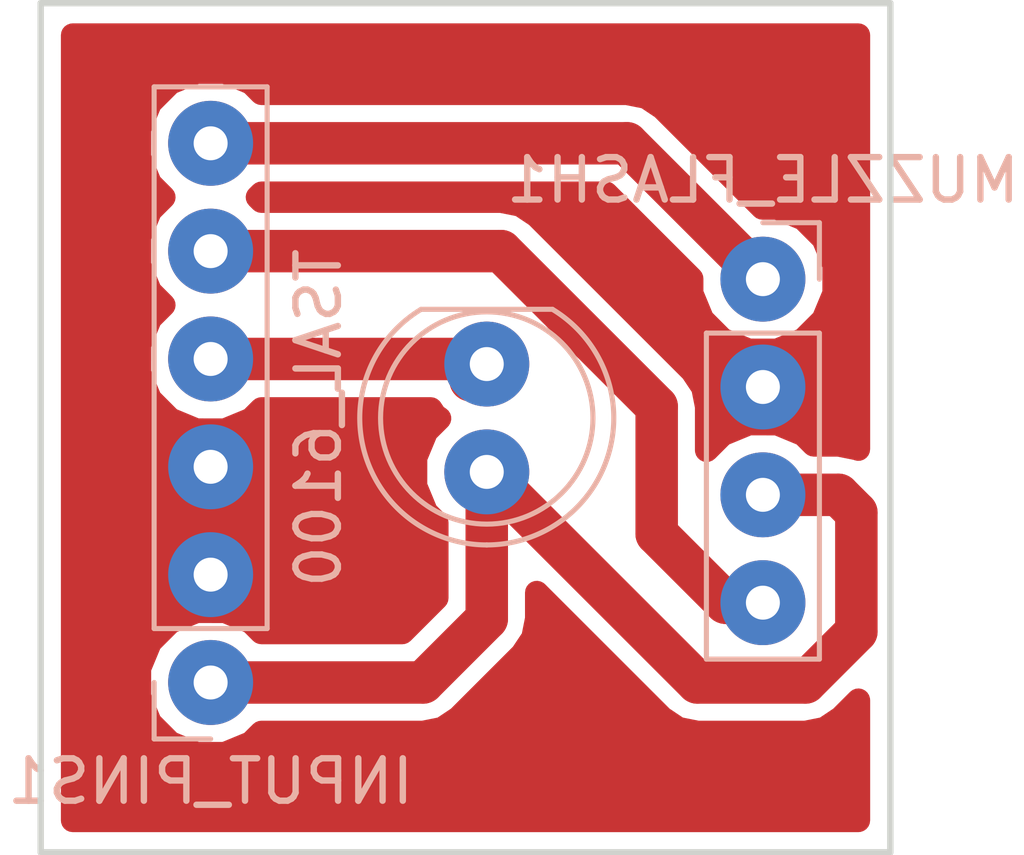
<source format=kicad_pcb>
(kicad_pcb (version 4) (host pcbnew 4.0.6-e0-6349~52~ubuntu17.04.1)

  (general
    (links 7)
    (no_connects 0)
    (area 135.966667 94.924999 160.22381 115.075001)
    (thickness 1.6)
    (drawings 4)
    (tracks 22)
    (zones 0)
    (modules 3)
    (nets 6)
  )

  (page A4)
  (layers
    (0 F.Cu signal)
    (31 B.Cu signal)
    (32 B.Adhes user)
    (33 F.Adhes user)
    (34 B.Paste user)
    (35 F.Paste user)
    (36 B.SilkS user)
    (37 F.SilkS user)
    (38 B.Mask user)
    (39 F.Mask user)
    (40 Dwgs.User user)
    (41 Cmts.User user)
    (42 Eco1.User user)
    (43 Eco2.User user)
    (44 Edge.Cuts user)
    (45 Margin user)
    (46 B.CrtYd user)
    (47 F.CrtYd user)
    (48 B.Fab user)
    (49 F.Fab user)
  )

  (setup
    (last_trace_width 1)
    (trace_clearance 0.2)
    (zone_clearance 0.4)
    (zone_45_only yes)
    (trace_min 0.2)
    (segment_width 0.2)
    (edge_width 0.15)
    (via_size 0.6)
    (via_drill 0.4)
    (via_min_size 0.4)
    (via_min_drill 0.3)
    (uvia_size 0.3)
    (uvia_drill 0.1)
    (uvias_allowed no)
    (uvia_min_size 0.2)
    (uvia_min_drill 0.1)
    (pcb_text_width 0.3)
    (pcb_text_size 1.5 1.5)
    (mod_edge_width 0.15)
    (mod_text_size 1 1)
    (mod_text_width 0.15)
    (pad_size 2 2)
    (pad_drill 0.8)
    (pad_to_mask_clearance 0.2)
    (aux_axis_origin 137 115)
    (visible_elements FFFFFF7F)
    (pcbplotparams
      (layerselection 0x00000_00000001)
      (usegerberextensions false)
      (excludeedgelayer true)
      (linewidth 0.100000)
      (plotframeref false)
      (viasonmask false)
      (mode 1)
      (useauxorigin true)
      (hpglpennumber 1)
      (hpglpenspeed 20)
      (hpglpendiameter 15)
      (hpglpenoverlay 2)
      (psnegative false)
      (psa4output false)
      (plotreference true)
      (plotvalue true)
      (plotinvisibletext false)
      (padsonsilk false)
      (subtractmaskfromsilk false)
      (outputformat 1)
      (mirror false)
      (drillshape 0)
      (scaleselection 1)
      (outputdirectory gerber/))
  )

  (net 0 "")
  (net 1 +5V)
  (net 2 /IR_LED_ON)
  (net 3 GND)
  (net 4 "Net-(INPUT_PINS1-Pad5)")
  (net 5 "Net-(INPUT_PINS1-Pad6)")

  (net_class Default "This is the default net class."
    (clearance 0.2)
    (trace_width 1)
    (via_dia 0.6)
    (via_drill 0.4)
    (uvia_dia 0.3)
    (uvia_drill 0.1)
    (add_net +5V)
    (add_net /IR_LED_ON)
    (add_net GND)
    (add_net "Net-(INPUT_PINS1-Pad5)")
    (add_net "Net-(INPUT_PINS1-Pad6)")
  )

  (module Socket_Strips:Socket_Strip_Straight_1x04_Pitch2.54mm (layer B.Cu) (tedit 59201A5A) (tstamp 590CB11E)
    (at 154 101.5 180)
    (descr "Through hole straight socket strip, 1x04, 2.54mm pitch, single row")
    (tags "Through hole socket strip THT 1x04 2.54mm single row")
    (path /590CB0E6)
    (fp_text reference MUZZLE_FLASH1 (at 0 2.33 180) (layer B.SilkS)
      (effects (font (size 1 1) (thickness 0.15)) (justify mirror))
    )
    (fp_text value PL8923 (at 0 -9.95 180) (layer B.Fab)
      (effects (font (size 1 1) (thickness 0.15)) (justify mirror))
    )
    (fp_line (start -1.27 1.27) (end -1.27 -8.89) (layer B.Fab) (width 0.1))
    (fp_line (start -1.27 -8.89) (end 1.27 -8.89) (layer B.Fab) (width 0.1))
    (fp_line (start 1.27 -8.89) (end 1.27 1.27) (layer B.Fab) (width 0.1))
    (fp_line (start 1.27 1.27) (end -1.27 1.27) (layer B.Fab) (width 0.1))
    (fp_line (start -1.33 -1.27) (end -1.33 -8.95) (layer B.SilkS) (width 0.12))
    (fp_line (start -1.33 -8.95) (end 1.33 -8.95) (layer B.SilkS) (width 0.12))
    (fp_line (start 1.33 -8.95) (end 1.33 -1.27) (layer B.SilkS) (width 0.12))
    (fp_line (start 1.33 -1.27) (end -1.33 -1.27) (layer B.SilkS) (width 0.12))
    (fp_line (start -1.33 0) (end -1.33 1.33) (layer B.SilkS) (width 0.12))
    (fp_line (start -1.33 1.33) (end 0 1.33) (layer B.SilkS) (width 0.12))
    (fp_line (start -1.8 1.8) (end -1.8 -9.4) (layer B.CrtYd) (width 0.05))
    (fp_line (start -1.8 -9.4) (end 1.8 -9.4) (layer B.CrtYd) (width 0.05))
    (fp_line (start 1.8 -9.4) (end 1.8 1.8) (layer B.CrtYd) (width 0.05))
    (fp_line (start 1.8 1.8) (end -1.8 1.8) (layer B.CrtYd) (width 0.05))
    (fp_text user %R (at 0 2.33 180) (layer B.Fab)
      (effects (font (size 1 1) (thickness 0.15)) (justify mirror))
    )
    (pad 1 thru_hole circle (at 0 0 180) (size 2 2) (drill 0.8) (layers *.Cu *.Mask)
      (net 5 "Net-(INPUT_PINS1-Pad6)"))
    (pad 2 thru_hole circle (at 0 -2.54 180) (size 2 2) (drill 0.8) (layers *.Cu *.Mask)
      (net 3 GND))
    (pad 3 thru_hole circle (at 0 -5.08 180) (size 2 2) (drill 0.8) (layers *.Cu *.Mask)
      (net 1 +5V))
    (pad 4 thru_hole circle (at 0 -7.62 180) (size 2 2) (drill 0.8) (layers *.Cu *.Mask)
      (net 4 "Net-(INPUT_PINS1-Pad5)"))
    (model ${KISYS3DMOD}/Socket_Strips.3dshapes/Socket_Strip_Straight_1x04_Pitch2.54mm.wrl
      (at (xyz 0 -0.15 0))
      (scale (xyz 1 1 1))
      (rotate (xyz 0 0 270))
    )
  )

  (module LEDs:LED_D5.0mm (layer B.Cu) (tedit 59201A65) (tstamp 590CB124)
    (at 147.5 103.5 270)
    (descr "LED, diameter 5.0mm, 2 pins, http://cdn-reichelt.de/documents/datenblatt/A500/LL-504BC2E-009.pdf")
    (tags "LED diameter 5.0mm 2 pins")
    (path /590CAF89)
    (fp_text reference TSAL_6100 (at 1.27 3.96 270) (layer B.SilkS)
      (effects (font (size 1 1) (thickness 0.15)) (justify mirror))
    )
    (fp_text value LED (at 1.27 -3.96 270) (layer B.Fab)
      (effects (font (size 1 1) (thickness 0.15)) (justify mirror))
    )
    (fp_arc (start 1.27 0) (end -1.23 1.469694) (angle -299.1) (layer B.Fab) (width 0.1))
    (fp_arc (start 1.27 0) (end -1.29 1.54483) (angle -148.9) (layer B.SilkS) (width 0.12))
    (fp_arc (start 1.27 0) (end -1.29 -1.54483) (angle 148.9) (layer B.SilkS) (width 0.12))
    (fp_circle (center 1.27 0) (end 3.77 0) (layer B.Fab) (width 0.1))
    (fp_circle (center 1.27 0) (end 3.77 0) (layer B.SilkS) (width 0.12))
    (fp_line (start -1.23 1.469694) (end -1.23 -1.469694) (layer B.Fab) (width 0.1))
    (fp_line (start -1.29 1.545) (end -1.29 -1.545) (layer B.SilkS) (width 0.12))
    (fp_line (start -1.95 3.25) (end -1.95 -3.25) (layer B.CrtYd) (width 0.05))
    (fp_line (start -1.95 -3.25) (end 4.5 -3.25) (layer B.CrtYd) (width 0.05))
    (fp_line (start 4.5 -3.25) (end 4.5 3.25) (layer B.CrtYd) (width 0.05))
    (fp_line (start 4.5 3.25) (end -1.95 3.25) (layer B.CrtYd) (width 0.05))
    (pad 1 thru_hole circle (at 0 0 270) (size 2 2) (drill 0.8) (layers *.Cu *.Mask)
      (net 2 /IR_LED_ON))
    (pad 2 thru_hole circle (at 2.54 0 270) (size 2 2) (drill 0.8) (layers *.Cu *.Mask)
      (net 1 +5V))
    (model LEDs.3dshapes/LED_D5.0mm.wrl
      (at (xyz 0 0 0))
      (scale (xyz 0.393701 0.393701 0.393701))
      (rotate (xyz 0 0 0))
    )
  )

  (module Socket_Strips:Socket_Strip_Straight_1x06_Pitch2.54mm (layer B.Cu) (tedit 59201A75) (tstamp 590CB2E7)
    (at 141 111)
    (descr "Through hole straight socket strip, 1x06, 2.54mm pitch, single row")
    (tags "Through hole socket strip THT 1x06 2.54mm single row")
    (path /590CB4F5)
    (fp_text reference INPUT_PINS1 (at 0 2.33) (layer B.SilkS)
      (effects (font (size 1 1) (thickness 0.15)) (justify mirror))
    )
    (fp_text value CONN_01X06 (at 0 -15.03) (layer B.Fab)
      (effects (font (size 1 1) (thickness 0.15)) (justify mirror))
    )
    (fp_line (start -1.27 1.27) (end -1.27 -13.97) (layer B.Fab) (width 0.1))
    (fp_line (start -1.27 -13.97) (end 1.27 -13.97) (layer B.Fab) (width 0.1))
    (fp_line (start 1.27 -13.97) (end 1.27 1.27) (layer B.Fab) (width 0.1))
    (fp_line (start 1.27 1.27) (end -1.27 1.27) (layer B.Fab) (width 0.1))
    (fp_line (start -1.33 -1.27) (end -1.33 -14.03) (layer B.SilkS) (width 0.12))
    (fp_line (start -1.33 -14.03) (end 1.33 -14.03) (layer B.SilkS) (width 0.12))
    (fp_line (start 1.33 -14.03) (end 1.33 -1.27) (layer B.SilkS) (width 0.12))
    (fp_line (start 1.33 -1.27) (end -1.33 -1.27) (layer B.SilkS) (width 0.12))
    (fp_line (start -1.33 0) (end -1.33 1.33) (layer B.SilkS) (width 0.12))
    (fp_line (start -1.33 1.33) (end 0 1.33) (layer B.SilkS) (width 0.12))
    (fp_line (start -1.8 1.8) (end -1.8 -14.5) (layer B.CrtYd) (width 0.05))
    (fp_line (start -1.8 -14.5) (end 1.8 -14.5) (layer B.CrtYd) (width 0.05))
    (fp_line (start 1.8 -14.5) (end 1.8 1.8) (layer B.CrtYd) (width 0.05))
    (fp_line (start 1.8 1.8) (end -1.8 1.8) (layer B.CrtYd) (width 0.05))
    (fp_text user %R (at 0 2.33) (layer B.Fab)
      (effects (font (size 1 1) (thickness 0.15)) (justify mirror))
    )
    (pad 1 thru_hole circle (at 0 0) (size 2 2) (drill 0.8) (layers *.Cu *.Mask)
      (net 1 +5V))
    (pad 2 thru_hole circle (at 0 -2.54) (size 2 2) (drill 0.8) (layers *.Cu *.Mask)
      (net 3 GND))
    (pad 3 thru_hole circle (at 0 -5.08) (size 2 2) (drill 0.8) (layers *.Cu *.Mask)
      (net 3 GND))
    (pad 4 thru_hole circle (at 0 -7.62) (size 2 2) (drill 0.8) (layers *.Cu *.Mask)
      (net 2 /IR_LED_ON))
    (pad 5 thru_hole circle (at 0 -10.16) (size 2 2) (drill 0.8) (layers *.Cu *.Mask)
      (net 4 "Net-(INPUT_PINS1-Pad5)"))
    (pad 6 thru_hole circle (at 0 -12.7) (size 2 2) (drill 0.8) (layers *.Cu *.Mask)
      (net 5 "Net-(INPUT_PINS1-Pad6)"))
    (model ${KISYS3DMOD}/Socket_Strips.3dshapes/Socket_Strip_Straight_1x06_Pitch2.54mm.wrl
      (at (xyz 0 -0.25 0))
      (scale (xyz 1 1 1))
      (rotate (xyz 0 0 270))
    )
  )

  (gr_line (start 137 95) (end 137 115) (angle 90) (layer Edge.Cuts) (width 0.15))
  (gr_line (start 157 95) (end 137 95) (angle 90) (layer Edge.Cuts) (width 0.15))
  (gr_line (start 157 115) (end 157 95) (angle 90) (layer Edge.Cuts) (width 0.15))
  (gr_line (start 137 115) (end 157 115) (angle 90) (layer Edge.Cuts) (width 0.15))

  (segment (start 141 111) (end 146 111) (width 1) (layer F.Cu) (net 1))
  (segment (start 147.5 109.5) (end 147.5 106.04) (width 1) (layer F.Cu) (net 1) (tstamp 59202210))
  (segment (start 146 111) (end 147.5 109.5) (width 1) (layer F.Cu) (net 1) (tstamp 5920220F))
  (segment (start 154 106.58) (end 155.78 106.58) (width 1) (layer F.Cu) (net 1))
  (segment (start 152.46 111) (end 147.5 106.04) (width 1) (layer F.Cu) (net 1) (tstamp 59201E0F))
  (segment (start 155 111) (end 152.46 111) (width 1) (layer F.Cu) (net 1) (tstamp 59201E09))
  (segment (start 156.2 109.8) (end 155 111) (width 1) (layer F.Cu) (net 1) (tstamp 59201E07))
  (segment (start 156.2 107) (end 156.2 109.8) (width 1) (layer F.Cu) (net 1) (tstamp 59201E02))
  (segment (start 155.78 106.58) (end 156.2 107) (width 1) (layer F.Cu) (net 1) (tstamp 59201E00))
  (segment (start 147.5 106.04) (end 147.5 106.5) (width 1) (layer F.Cu) (net 1))
  (segment (start 141 103.38) (end 147.38 103.38) (width 1) (layer F.Cu) (net 2))
  (segment (start 147.38 103.38) (end 147.5 103.5) (width 1) (layer F.Cu) (net 2) (tstamp 59202225))
  (segment (start 147.12 103.88) (end 147.5 103.5) (width 1) (layer F.Cu) (net 2) (tstamp 590D8CA9))
  (segment (start 147.12 103.88) (end 147.5 103.5) (width 1) (layer F.Cu) (net 2) (tstamp 590CB66F))
  (segment (start 141 100.84) (end 147.84 100.84) (width 1) (layer F.Cu) (net 4))
  (segment (start 151.5 107.5) (end 153.12 109.12) (width 1) (layer F.Cu) (net 4) (tstamp 5920221C))
  (segment (start 151.5 104.5) (end 151.5 107.5) (width 1) (layer F.Cu) (net 4) (tstamp 5920221B))
  (segment (start 147.84 100.84) (end 151.5 104.5) (width 1) (layer F.Cu) (net 4) (tstamp 59202216))
  (segment (start 153.12 109.12) (end 154 109.12) (width 1) (layer F.Cu) (net 4) (tstamp 59202220))
  (segment (start 153.12 109.12) (end 154 109.12) (width 1) (layer F.Cu) (net 4) (tstamp 59201B58))
  (segment (start 141 98.3) (end 150.8 98.3) (width 1) (layer F.Cu) (net 5))
  (segment (start 150.8 98.3) (end 154 101.5) (width 1) (layer F.Cu) (net 5) (tstamp 59202213))

  (zone (net 3) (net_name GND) (layer F.Cu) (tstamp 592021CE) (hatch edge 0.508)
    (connect_pads yes (clearance 0.4))
    (min_thickness 0.554)
    (fill yes (arc_segments 16) (thermal_gap 0.6) (thermal_bridge_width 1))
    (polygon
      (pts
        (xy 137 95) (xy 157 95) (xy 157 115) (xy 137 115)
      )
    )
    (filled_polygon
      (pts
        (xy 156.248 105.504341) (xy 156.230419 105.492594) (xy 155.78 105.403) (xy 155.194621 105.403) (xy 154.951184 105.159138)
        (xy 154.335039 104.903292) (xy 153.667888 104.90271) (xy 153.051297 105.15748) (xy 152.677 105.531125) (xy 152.677 104.500005)
        (xy 152.677001 104.5) (xy 152.587406 104.049582) (xy 152.332265 103.667735) (xy 152.332262 103.667733) (xy 148.672265 100.007735)
        (xy 148.290419 99.752594) (xy 147.84 99.663) (xy 142.194621 99.663) (xy 142.101636 99.569853) (xy 142.194652 99.477)
        (xy 150.31247 99.477) (xy 152.323011 101.48754) (xy 152.32271 101.832112) (xy 152.57748 102.448703) (xy 153.048816 102.920862)
        (xy 153.664961 103.176708) (xy 154.332112 103.17729) (xy 154.948703 102.92252) (xy 155.420862 102.451184) (xy 155.676708 101.835039)
        (xy 155.67729 101.167888) (xy 155.42252 100.551297) (xy 154.951184 100.079138) (xy 154.335039 99.823292) (xy 153.987518 99.822989)
        (xy 151.632265 97.467735) (xy 151.250419 97.212594) (xy 150.8 97.123) (xy 142.194621 97.123) (xy 141.951184 96.879138)
        (xy 141.335039 96.623292) (xy 140.667888 96.62271) (xy 140.051297 96.87748) (xy 139.579138 97.348816) (xy 139.323292 97.964961)
        (xy 139.32271 98.632112) (xy 139.57748 99.248703) (xy 139.898364 99.570147) (xy 139.579138 99.888816) (xy 139.323292 100.504961)
        (xy 139.32271 101.172112) (xy 139.57748 101.788703) (xy 139.898364 102.110147) (xy 139.579138 102.428816) (xy 139.323292 103.044961)
        (xy 139.32271 103.712112) (xy 139.57748 104.328703) (xy 140.048816 104.800862) (xy 140.664961 105.056708) (xy 141.332112 105.05729)
        (xy 141.948703 104.80252) (xy 142.194652 104.557) (xy 146.18399 104.557) (xy 146.287735 104.712265) (xy 146.38874 104.779754)
        (xy 146.079138 105.088816) (xy 145.823292 105.704961) (xy 145.82271 106.372112) (xy 146.07748 106.988703) (xy 146.323 107.234652)
        (xy 146.323 109.012471) (xy 145.51247 109.823) (xy 142.194621 109.823) (xy 141.951184 109.579138) (xy 141.335039 109.323292)
        (xy 140.667888 109.32271) (xy 140.051297 109.57748) (xy 139.579138 110.048816) (xy 139.323292 110.664961) (xy 139.32271 111.332112)
        (xy 139.57748 111.948703) (xy 140.048816 112.420862) (xy 140.664961 112.676708) (xy 141.332112 112.67729) (xy 141.948703 112.42252)
        (xy 142.194652 112.177) (xy 146 112.177) (xy 146.450419 112.087406) (xy 146.832265 111.832265) (xy 148.332262 110.332267)
        (xy 148.332265 110.332265) (xy 148.521659 110.048816) (xy 148.587406 109.950419) (xy 148.677 109.5) (xy 148.677 108.88153)
        (xy 151.627733 111.832262) (xy 151.627735 111.832265) (xy 151.805711 111.951184) (xy 152.009581 112.087406) (xy 152.46 112.177)
        (xy 155 112.177) (xy 155.450419 112.087406) (xy 155.832265 111.832265) (xy 156.248 111.41653) (xy 156.248 114.248)
        (xy 137.752 114.248) (xy 137.752 95.752) (xy 156.248 95.752)
      )
    )
  )
)

</source>
